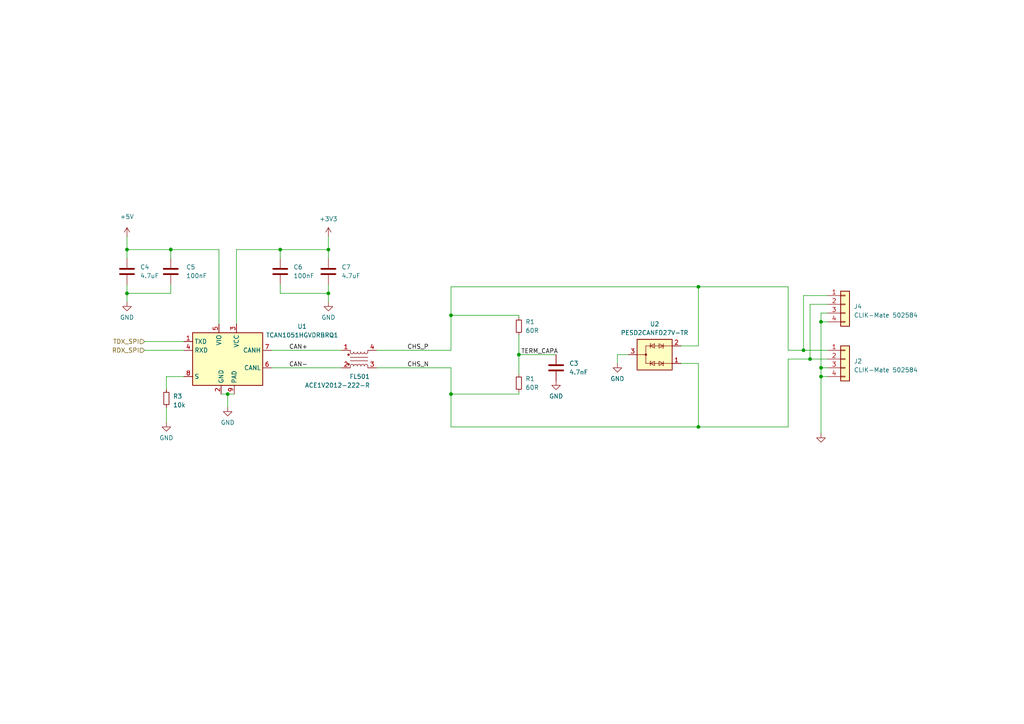
<source format=kicad_sch>
(kicad_sch (version 20230121) (generator eeschema)
  (paper "A4")
  (title_block (title "CAN Bus SPI Extension Interface ") (comment 1 "Author Originel: Yassine Bakkali") (comment 2 "Revision faite par Pedro Conde"))
  (lib_symbols
    (symbol "0_power_protection:PESD2CANFD27V-TR" (pin_names hide)
      (property "Reference" "U" (at -3.81 -6.985 0))
      (property "Value" "PESD2CANFD27V-TR" (at 14.605 -7.62 0))
      (symbol "PESD2CANFD27V-TR_0_0"
        (pin passive line (at 0 -8.255 90) (length 2.54) (name "CC") (number "3"))
      )
      (symbol "PESD2CANFD27V-TR_0_1"
        (rectangle (start -4.445 4.445) (end 4.445 -5.715) (stroke (width 0.254)) (fill (type background)))
        (circle (center 0 -3.175) (radius 0.254) (fill (type outline)))
        (polyline (pts (xy -2.54 -3.175) (xy -2.54 -1.905)))
        (polyline (pts (xy -2.54 -3.175) (xy 2.54 -3.175)))
        (polyline (pts (xy -2.54 1.905) (xy -2.54 -1.905)))
        (polyline (pts (xy -2.54 4.445) (xy -2.54 1.905)))
        (polyline (pts (xy 0 -3.175) (xy 0 -5.715)))
        (polyline (pts (xy 2.54 -3.175) (xy 2.54 -1.905)))
        (polyline (pts (xy 2.54 1.905) (xy 2.54 -1.905)))
        (polyline (pts (xy 2.54 4.445) (xy 2.54 1.905)))
        (polyline (pts (xy -3.175 -1.651) (xy -3.175 -1.905) (xy -1.905 -1.905)))
        (polyline (pts (xy -3.175 1.905) (xy -1.905 1.905) (xy -1.905 1.651)))
        (polyline (pts (xy 1.905 -1.651) (xy 1.905 -1.905) (xy 3.175 -1.905)))
        (polyline (pts (xy 1.905 1.905) (xy 3.175 1.905) (xy 3.175 1.651)))
        (polyline (pts (xy -2.54 -1.905) (xy -3.175 -0.635) (xy -1.905 -0.635) (xy -2.54 -1.905)))
        (polyline (pts (xy -2.54 1.905) (xy -1.905 0.635) (xy -3.175 0.635) (xy -2.54 1.905)))
        (polyline (pts (xy 2.54 -1.905) (xy 1.905 -0.635) (xy 3.175 -0.635) (xy 2.54 -1.905)))
        (polyline (pts (xy 2.54 1.905) (xy 3.175 0.635) (xy 1.905 0.635) (xy 2.54 1.905)))
      )
      (symbol "PESD2CANFD27V-TR_1_1"
        (pin passive line (at 2.54 6.985 270) (length 2.54) (name "K1") (number "1"))
        (pin passive line (at -2.54 6.985 270) (length 2.54) (name "K2") (number "2"))
      )
    )
    (symbol "Connector_Generic:Conn_01x04" (pin_names (offset 1.016) hide)
      (property "Reference" "J" (at 0 5.08 0))
      (property "Value" "Conn_01x04" (at 0 -7.62 0))
      (symbol "Conn_01x04_1_1"
        (rectangle (start -1.27 -4.953) (end 0 -5.207) (stroke (width 0.1524)))
        (rectangle (start -1.27 -2.413) (end 0 -2.667) (stroke (width 0.1524)))
        (rectangle (start -1.27 0.127) (end 0 -0.127) (stroke (width 0.1524)))
        (rectangle (start -1.27 2.667) (end 0 2.413) (stroke (width 0.1524)))
        (rectangle (start -1.27 3.81) (end 1.27 -6.35) (stroke (width 0.254)) (fill (type background)))
        (pin passive line (at -5.08 2.54 0) (length 3.81) (name "Pin_1") (number "1"))
        (pin passive line (at -5.08 0 0) (length 3.81) (name "Pin_2") (number "2"))
        (pin passive line (at -5.08 -2.54 0) (length 3.81) (name "Pin_3") (number "3"))
        (pin passive line (at -5.08 -5.08 0) (length 3.81) (name "Pin_4") (number "4"))
      )
    )
    (symbol "Device:C" (pin_numbers hide) (pin_names (offset 0.254))
      (property "Reference" "C" (at 0.635 2.54 0))
      (property "Value" "C" (at 0.635 -2.54 0))
      (symbol "C_0_1"
        (polyline (pts (xy -2.032 -0.762) (xy 2.032 -0.762)) (stroke (width 0.508)))
        (polyline (pts (xy -2.032 0.762) (xy 2.032 0.762)) (stroke (width 0.508)))
      )
      (symbol "C_1_1"
        (pin passive line (at 0 3.81 270) (length 2.794) (name "~") (number "1"))
        (pin passive line (at 0 -3.81 90) (length 2.794) (name "~") (number "2"))
      )
    )
    (symbol "Device:Filter_EMI_LL_1423" (pin_names hide)
      (property "Reference" "FL" (at 0 4.445 0))
      (property "Value" "Filter_EMI_LL_1423" (at 0 -4.445 0))
      (symbol "Filter_EMI_LL_1423_0_1"
        (circle (center -3.048 -1.27) (radius 0.254) (fill (type outline)))
        (circle (center -3.048 1.524) (radius 0.254) (fill (type outline)))
        (arc (start -2.54 2.032) (mid -2.032 1.5262) (end -1.524 2.032))
        (arc (start -1.524 -2.032) (mid -2.032 -1.5262) (end -2.54 -2.032))
        (arc (start -1.524 2.032) (mid -1.016 1.5262) (end -0.508 2.032))
        (arc (start -0.508 -2.032) (mid -1.016 -1.5262) (end -1.524 -2.032))
        (arc (start -0.508 2.032) (mid 0 1.5262) (end 0.508 2.032))
        (polyline (pts (xy -2.54 -2.032) (xy -2.54 -2.54)))
        (polyline (pts (xy -2.54 0.508) (xy 2.54 0.508)))
        (polyline (pts (xy -2.54 2.032) (xy -2.54 2.54)))
        (polyline (pts (xy 2.54 -2.032) (xy 2.54 -2.54)))
        (polyline (pts (xy 2.54 -0.508) (xy -2.54 -0.508)))
        (polyline (pts (xy 2.54 2.54) (xy 2.54 2.032)))
        (arc (start 0.508 -2.032) (mid 0 -1.5262) (end -0.508 -2.032))
        (arc (start 0.508 2.032) (mid 1.016 1.5262) (end 1.524 2.032))
        (arc (start 1.524 -2.032) (mid 1.016 -1.5262) (end 0.508 -2.032))
        (arc (start 1.524 2.032) (mid 2.032 1.5262) (end 2.54 2.032))
        (arc (start 2.54 -2.032) (mid 2.032 -1.5262) (end 1.524 -2.032))
      )
      (symbol "Filter_EMI_LL_1423_1_1"
        (pin passive line (at -5.08 -2.54 0) (length 2.54) (name "1") (number "1"))
        (pin passive line (at -5.08 2.54 0) (length 2.54) (name "2") (number "2"))
        (pin passive line (at 5.08 2.54 180) (length 2.54) (name "3") (number "3"))
        (pin passive line (at 5.08 -2.54 180) (length 2.54) (name "4") (number "4"))
      )
    )
    (symbol "Device:R_Small" (pin_numbers hide) (pin_names (offset 0.254) hide)
      (property "Reference" "R" (at 0.762 0.508 0))
      (property "Value" "R_Small" (at 0.762 -1.016 0))
      (symbol "R_Small_0_1"
        (rectangle (start -0.762 1.778) (end 0.762 -1.778) (stroke (width 0.2032)))
      )
      (symbol "R_Small_1_1"
        (pin passive line (at 0 2.54 270) (length 0.762) (name "~") (number "1"))
        (pin passive line (at 0 -2.54 90) (length 0.762) (name "~") (number "2"))
      )
    )
    (symbol "Jetson Hat:TCAN1051HGDQ1"
      (property "Reference" "U2" (at 10.16 8.89 0))
      (property "Value" "TCAN1051HGVDRBRQ1" (at -3.175 -9.525 0))
      (symbol "TCAN1051HGDQ1_0_1"
        (rectangle (start -10.16 7.62) (end 10.16 -7.62) (stroke (width 0.254)) (fill (type background)))
      )
      (symbol "TCAN1051HGDQ1_1_1"
        (pin input line (at -12.7 5.08 0) (length 2.54) (name "TXD") (number "1"))
        (pin power_in line (at -1.905 -10.16 90) (length 2.54) (name "GND") (number "2"))
        (pin power_in line (at 2.54 10.16 270) (length 2.54) (name "VCC") (number "3"))
        (pin output line (at -12.7 2.54 0) (length 2.54) (name "RXD") (number "4"))
        (pin power_in line (at -2.54 10.16 270) (length 2.54) (name "VIO") (number "5"))
        (pin bidirectional line (at 12.7 -2.54 180) (length 2.54) (name "CANL") (number "6"))
        (pin bidirectional line (at 12.7 2.54 180) (length 2.54) (name "CANH") (number "7"))
        (pin input line (at -12.7 -5.08 0) (length 2.54) (name "S") (number "8"))
        (pin passive line (at 1.905 -10.16 90) (length 2.54) (name "PAD") (number "9"))
      )
    )
    (symbol "PCM_4ms_Power-symbol:GND" (power) (pin_names (offset 0))
      (property "Value" "GND" (at 0 -3.81 0))
      (symbol "GND_0_1"
        (polyline (pts (xy 0 0) (xy 0 -1.27) (xy 1.27 -1.27) (xy 0 -2.54) (xy -1.27 -1.27) (xy 0 -1.27)))
      )
      (symbol "GND_1_1"
        (pin power_in line (at 0 0 270) (length 0) hide (name "GND") (number "1"))
      )
    )
    (symbol "power:+3V3" (power) (pin_names (offset 0))
      (property "Value" "+3V3" (at 0 3.556 0))
      (symbol "+3V3_0_1"
        (polyline (pts (xy -0.762 1.27) (xy 0 2.54)))
        (polyline (pts (xy 0 0) (xy 0 2.54)))
        (polyline (pts (xy 0 2.54) (xy 0.762 1.27)))
      )
      (symbol "+3V3_1_1"
        (pin power_in line (at 0 0 90) (length 0) hide (name "+3V3") (number "1"))
      )
    )
    (symbol "power:+5V" (power) (pin_names (offset 0))
      (property "Value" "+5V" (at 0 3.556 0))
      (symbol "+5V_0_1"
        (polyline (pts (xy -0.762 1.27) (xy 0 2.54)))
        (polyline (pts (xy 0 0) (xy 0 2.54)))
        (polyline (pts (xy 0 2.54) (xy 0.762 1.27)))
      )
      (symbol "+5V_1_1"
        (pin power_in line (at 0 0 90) (length 0) hide (name "+5V") (number "1"))
      )
    )
    (symbol "power:GND" (power) (pin_names (offset 0))
      (property "Value" "GND" (at 0 -3.81 0))
      (symbol "GND_0_1"
        (polyline (pts (xy 0 0) (xy 0 -1.27) (xy 1.27 -1.27) (xy 0 -2.54) (xy -1.27 -1.27) (xy 0 -1.27)))
      )
      (symbol "GND_1_1"
        (pin power_in line (at 0 0 270) (length 0) hide (name "GND") (number "1"))
      )
    )
  )
  (junction (at 233.045 101.6))
  (junction (at 36.83 85.09))
  (junction (at 36.83 72.39))
  (junction (at 202.565 123.825))
  (junction (at 202.565 83.185))
  (junction (at 238.125 93.345))
  (junction (at 150.495 102.87))
  (junction (at 238.125 106.68))
  (junction (at 95.25 85.09))
  (junction (at 81.28 72.39))
  (junction (at 130.81 114.3))
  (junction (at 130.81 91.44))
  (junction (at 49.53 72.39))
  (junction (at 238.125 109.22))
  (junction (at 95.25 72.39))
  (junction (at 234.95 104.14))
  (junction (at 66.04 114.3))
  (wire (pts (xy 78.74 106.68) (xy 99.06 106.68)))
  (wire (pts (xy 233.045 85.725) (xy 240.03 85.725)))
  (wire (pts (xy 130.81 123.825) (xy 202.565 123.825)))
  (wire (pts (xy 234.95 88.265) (xy 234.95 104.14)))
  (wire (pts (xy 109.22 106.68) (xy 130.81 106.68)))
  (wire (pts (xy 81.28 72.39) (xy 68.58 72.39)))
  (wire (pts (xy 234.95 88.265) (xy 240.03 88.265)))
  (wire (pts (xy 36.83 85.09) (xy 36.83 87.63)))
  (wire (pts (xy 202.565 123.825) (xy 228.6 123.825)))
  (wire (pts (xy 202.565 123.825) (xy 202.565 105.41)))
  (wire (pts (xy 41.91 101.6) (xy 53.34 101.6)))
  (wire (pts (xy 130.81 114.3) (xy 130.81 123.825)))
  (wire (pts (xy 130.81 83.185) (xy 202.565 83.185)))
  (wire (pts (xy 95.25 68.58) (xy 95.25 72.39)))
  (wire (pts (xy 63.5 72.39) (xy 63.5 93.98)))
  (wire (pts (xy 36.83 72.39) (xy 36.83 74.93)))
  (wire (pts (xy 233.045 85.725) (xy 233.045 101.6)))
  (wire (pts (xy 67.945 114.3) (xy 66.04 114.3)))
  (wire (pts (xy 202.565 83.185) (xy 202.565 100.33)))
  (wire (pts (xy 202.565 100.33) (xy 197.485 100.33)))
  (wire (pts (xy 41.91 99.06) (xy 53.34 99.06)))
  (wire (pts (xy 48.26 122.555) (xy 48.26 118.11)))
  (wire (pts (xy 109.22 101.6) (xy 130.81 101.6)))
  (wire (pts (xy 150.495 97.155) (xy 150.495 102.87)))
  (wire (pts (xy 228.6 104.14) (xy 234.95 104.14)))
  (wire (pts (xy 66.04 114.3) (xy 66.04 118.11)))
  (wire (pts (xy 238.125 125.73) (xy 238.125 109.22)))
  (wire (pts (xy 238.125 106.68) (xy 238.125 109.22)))
  (wire (pts (xy 64.135 114.3) (xy 66.04 114.3)))
  (wire (pts (xy 238.125 93.345) (xy 238.125 106.68)))
  (wire (pts (xy 81.28 85.09) (xy 95.25 85.09)))
  (wire (pts (xy 228.6 104.14) (xy 228.6 123.825)))
  (wire (pts (xy 49.53 82.55) (xy 49.53 85.09)))
  (wire (pts (xy 228.6 83.185) (xy 228.6 101.6)))
  (wire (pts (xy 238.125 106.68) (xy 240.03 106.68)))
  (wire (pts (xy 48.26 109.22) (xy 53.34 109.22)))
  (wire (pts (xy 95.25 82.55) (xy 95.25 85.09)))
  (wire (pts (xy 81.28 72.39) (xy 95.25 72.39)))
  (wire (pts (xy 150.495 102.87) (xy 150.495 108.585)))
  (wire (pts (xy 130.81 91.44) (xy 130.81 101.6)))
  (wire (pts (xy 49.53 85.09) (xy 36.83 85.09)))
  (wire (pts (xy 36.83 68.58) (xy 36.83 72.39)))
  (wire (pts (xy 202.565 105.41) (xy 197.485 105.41)))
  (wire (pts (xy 81.28 85.09) (xy 81.28 82.55)))
  (wire (pts (xy 130.81 114.3) (xy 150.495 114.3)))
  (wire (pts (xy 68.58 72.39) (xy 68.58 93.98)))
  (wire (pts (xy 238.125 93.345) (xy 240.03 93.345)))
  (wire (pts (xy 36.83 72.39) (xy 49.53 72.39)))
  (wire (pts (xy 233.045 101.6) (xy 240.03 101.6)))
  (wire (pts (xy 179.07 105.41) (xy 179.07 102.87)))
  (wire (pts (xy 49.53 72.39) (xy 49.53 74.93)))
  (wire (pts (xy 238.125 90.805) (xy 240.03 90.805)))
  (wire (pts (xy 36.83 85.09) (xy 36.83 82.55)))
  (wire (pts (xy 81.28 74.93) (xy 81.28 72.39)))
  (wire (pts (xy 238.125 109.22) (xy 240.03 109.22)))
  (wire (pts (xy 78.74 101.6) (xy 99.06 101.6)))
  (wire (pts (xy 202.565 83.185) (xy 228.6 83.185)))
  (wire (pts (xy 130.81 106.68) (xy 130.81 114.3)))
  (wire (pts (xy 238.125 93.345) (xy 238.125 90.805)))
  (wire (pts (xy 150.495 113.665) (xy 150.495 114.3)))
  (wire (pts (xy 150.495 92.075) (xy 150.495 91.44)))
  (wire (pts (xy 95.25 85.09) (xy 95.25 87.63)))
  (wire (pts (xy 49.53 72.39) (xy 63.5 72.39)))
  (wire (pts (xy 48.26 109.22) (xy 48.26 113.03)))
  (wire (pts (xy 49.53 71.755) (xy 49.53 72.39)))
  (wire (pts (xy 233.045 101.6) (xy 228.6 101.6)))
  (wire (pts (xy 150.495 102.87) (xy 161.29 102.87)))
  (wire (pts (xy 179.07 102.87) (xy 182.245 102.87)))
  (wire (pts (xy 130.81 83.185) (xy 130.81 91.44)))
  (wire (pts (xy 130.81 91.44) (xy 150.495 91.44)))
  (wire (pts (xy 234.95 104.14) (xy 240.03 104.14)))
  (wire (pts (xy 95.25 72.39) (xy 95.25 74.93)))
  (label "CHS_P" (at 118.11 101.6 0))
  (label "TERM_CAPA" (at 151.13 102.87 0))
  (label "CHS_N" (at 118.11 106.68 0))
  (label "CAN+" (at 83.82 101.6 0))
  (label "CAN-" (at 83.82 106.68 0))
  (hierarchical_label "RDX_SPI" (shape input) (at 41.91 101.6 180))
  (hierarchical_label "TDX_SPI" (shape input) (at 41.91 99.06 180))
  (symbol (lib_id "power:+3V3") (at 95.25 68.58 0) (unit 1)
    (property "Reference" "#PWR039" (effects hide))
    (property "Value" "+3V3" (at 95.25 63.5 0))
  )
  (symbol (lib_id "Device:C") (at 95.25 78.74 0) (unit 1)
    (property "Reference" "C7" (at 99.06 77.4699 0) (effects (justify left)))
    (property "Value" "4.7uF" (at 99.06 80.0099 0) (effects (justify left)))
    (property "Footprint" "Capacitor_SMD:C_0402_1005Metric" (effects hide))
    (property "Datasheet" "https://media.digikey.com/pdf/Data%20Sheets/Samsung%20PDFs/CL05A475MP5NRNC_Spec.pdf" (effects hide))
    (property "Digikey ref" "1276-1482-1-ND" (effects hide))
    (property "Manufacturer ref" "CL05A475MP5NRNC" (effects hide))
    (instances (project "can_transceiver" (path "" (reference "C7") (unit 1))) (project "NODE_CONNECTORS" (path "" (reference "C7") (unit 1))) (project "orion_pcb" (path "" (reference "C513") (unit 1))) (project "HatV2" (path "" (reference "C4") (unit 1)) (path "" (reference "C22") (unit 1))))
  )
  (symbol (lib_id "Jetson Hat:TCAN1051HGDQ1") (at 66.04 104.14 0) (unit 1)
    (property "Reference" "U1" (at 87.63 94.6719 0))
    (property "Value" "TCAN1051HGVDRBRQ1" (at 87.63 97.2119 0))
    (property "Footprint" "0_various:HVSON-8-1EP_3x3mm_P0.65mm_EP1.6x2.4mm_ThermalVias" (effects hide))
    (property "Datasheet" "https://www.ti.com/general/docs/suppproductinfo.tsp?distId=10&gotoUrl=https%3A%2F%2Fwww.ti.com%2Flit%2Fgpn%2Ftcan1051-q1" (effects hide))
    (property "Manufacturer ref" "TCAN1051HGVDRBRQ1" (effects hide))
    (property "Digikey ref" "296-TCAN1051HGVDRBRQ1CT-ND" (effects hide))
    (instances (project "HatV2" (path "" (reference "U1") (unit 1)) (path "" (reference "U7") (unit 1))))
  )
  (symbol (lib_id "power:GND") (at 95.25 87.63 0) (unit 1)
    (property "Reference" "#PWR09" (effects hide))
    (property "Value" "GND" (at 95.25 92.075 0))
    (instances (project "can_transceiver" (path "" (reference "#PWR09") (unit 1))) (project "NODE_CONNECTORS" (path "" (reference "#PWR09") (unit 1))) (project "orion_pcb" (path "" (reference "#PWR0522") (unit 1))) (project "HatV2" (path "" (reference "#PWR06") (unit 1)) (path "" (reference "#PWR040") (unit 1))))
  )
  (symbol (lib_id "Device:R_Small") (at 150.495 111.125 0) (unit 1)
    (property "Reference" "R1" (at 152.4 109.8549 0) (effects (justify left)))
    (property "Value" "60R" (at 152.4 112.3949 0) (effects (justify left)))
    (property "Footprint" "Resistor_SMD:R_0603_1608Metric" (effects hide))
    (property "Datasheet" "https://www.vishay.com/docs/20043/crcwhpe3.pdf" (effects hide))
    (property "Digikey ref" "541-60.4SCT-ND" (effects hide))
    (property "Manufacturer ref" "CRCW060360R4FKEAHP" (effects hide))
    (instances (project "can_transceiver" (path "" (reference "R1") (unit 1))) (project "orion_pcb" (path "" (reference "R502") (unit 1))) (project "HatV2" (path "" (reference "R3") (unit 1)) (path "" (reference "R9") (unit 1))))
  )
  (symbol (lib_id "Device:C") (at 36.83 78.74 0) (unit 1)
    (property "Reference" "C4" (at 40.64 77.4699 0) (effects (justify left)))
    (property "Value" "4.7uF" (at 40.64 80.0099 0) (effects (justify left)))
    (property "Footprint" "Capacitor_SMD:C_0402_1005Metric" (effects hide))
    (property "Datasheet" "https://media.digikey.com/pdf/Data%20Sheets/Samsung%20PDFs/CL05A475MP5NRNC_Spec.pdf" (effects hide))
    (property "Digikey ref" "1276-1482-1-ND" (effects hide))
    (property "Manufacturer ref" "CL05A475MP5NRNC" (effects hide))
    (instances (project "can_transceiver" (path "" (reference "C4") (unit 1))) (project "NODE_CONNECTORS" (path "" (reference "C4") (unit 1))) (project "orion_pcb" (path "" (reference "C508") (unit 1))) (project "HatV2" (path "" (reference "C1") (unit 1)) (path "" (reference "C19") (unit 1))))
  )
  (symbol (lib_id "Device:C") (at 81.28 78.74 0) (unit 1)
    (property "Reference" "C6" (at 85.09 77.4699 0) (effects (justify left)))
    (property "Value" "100nF" (at 85.09 80.0099 0) (effects (justify left)))
    (property "Footprint" "Capacitor_SMD:C_0402_1005Metric" (effects hide))
    (property "Datasheet" "https://www.yuden.co.jp/productdata/catalog/mlcc06_e.pdf" (effects hide))
    (property "Digikey ref" "587-3498-1-ND" (effects hide))
    (property "Manufacturer ref" "UMK105B7104KV-FR" (effects hide))
    (instances (project "can_transceiver" (path "" (reference "C6") (unit 1))) (project "NODE_CONNECTORS" (path "" (reference "C6") (unit 1))) (project "orion_pcb" (path "" (reference "C511") (unit 1))) (project "HatV2" (path "" (reference "C3") (unit 1)) (path "" (reference "C21") (unit 1))))
  )
  (symbol (lib_id "power:+5V") (at 36.83 68.58 0) (unit 1)
    (property "Reference" "#PWR05" (effects hide))
    (property "Value" "+5V" (at 36.83 62.865 0))
    (instances (project "can_transceiver" (path "" (reference "#PWR05") (unit 1))) (project "NODE_CONNECTORS" (path "" (reference "#PWR05") (unit 1))) (project "orion_pcb" (path "" (reference "#PWR0515") (unit 1))) (project "HatV2" (path "" (reference "#PWR01") (unit 1)) (path "" (reference "#PWR035") (unit 1))))
  )
  (symbol (lib_id "0_power_protection:PESD2CANFD27V-TR") (at 190.5 102.87 270) (unit 1)
    (property "Reference" "U2" (at 189.865 93.98 90))
    (property "Value" "PESD2CANFD27V-TR" (at 189.865 96.52 90))
    (property "Footprint" "Package_TO_SOT_SMD:SOT-23" (effects hide))
    (property "Datasheet" "https://assets.nexperia.com/documents/data-sheet/PESD2CANFD27V-T.pdf" (effects hide))
    (instances (project "jetson_hat" (path "" (reference "U2") (unit 1)) (path "" (reference "U4") (unit 1)) (path "" (reference "U8") (unit 1))) (project "HatV2" (path "" (reference "U2") (unit 1)) (path "" (reference "U8") (unit 1))))
  )
  (symbol (lib_id "PCM_4ms_Power-symbol:GND") (at 179.07 105.41 0) (unit 1)
    (property "Reference" "#PWR02" (effects hide))
    (property "Value" "GND" (at 179.07 109.855 0))
    (instances (project "jetson_hat" (path "" (reference "#PWR02") (unit 1)) (path "" (reference "#PWR011") (unit 1)) (path "" (reference "#PWR021") (unit 1)) (path "" (reference "#PWR044") (unit 1))) (project "HatV2" (path "" (reference "#PWR08") (unit 1)) (path "" (reference "#PWR042") (unit 1))))
  )
  (symbol (lib_id "Device:C") (at 161.29 106.68 0) (unit 1)
    (property "Reference" "C3" (at 165.1 105.41 0) (effects (justify left)))
    (property "Value" "4.7nF" (at 165.1 107.95 0) (effects (justify left)))
    (property "Footprint" "Capacitor_SMD:C_0402_1005Metric" (effects hide))
    (property "Datasheet" "https://mm.digikey.com/Volume0/opasdata/d220001/medias/docus/609/CL05B472KB5NNNC_Spec.pdf" (effects hide))
    (property "Digikey ref" "1276-1125-1-ND" (effects hide))
    (property "Manufacturer ref" "CL05B472KB5NNNC" (effects hide))
    (instances (project "can_transceiver" (path "" (reference "C3") (unit 1))) (project "orion_pcb" (path "" (reference "C505") (unit 1))) (project "HatV2" (path "" (reference "C5") (unit 1)) (path "" (reference "C23") (unit 1))))
  )
  (symbol (lib_id "Connector_Generic:Conn_01x04") (at 245.11 88.265 0) (unit 1)
    (property "Reference" "J4" (at 247.65 88.9 0) (effects (justify left)))
    (property "Value" "CLIK-Mate 502584" (at 247.65 91.44 0) (effects (justify left)))
    (property "Footprint" "Connector_Molex:Molex_CLIK-Mate_505405-0470_1x04-1MP_P1.50mm_Vertical" (effects hide))
    (instances (project "jetson_hat" (path "" (reference "J4") (unit 1)) (path "" (reference "J5") (unit 1)) (path "" (reference "J7") (unit 1))) (project "HatV2" (path "" (reference "J1") (unit 1)) (path "" (reference "J8") (unit 1))))
  )
  (symbol (lib_id "power:GND") (at 36.83 87.63 0) (unit 1)
    (property "Reference" "#PWR06" (effects hide))
    (property "Value" "GND" (at 36.83 92.075 0))
    (instances (project "can_transceiver" (path "" (reference "#PWR06") (unit 1))) (project "NODE_CONNECTORS" (path "" (reference "#PWR06") (unit 1))) (project "orion_pcb" (path "" (reference "#PWR0516") (unit 1))) (project "HatV2" (path "" (reference "#PWR02") (unit 1)) (path "" (reference "#PWR036") (unit 1))))
  )
  (symbol (lib_id "PCM_4ms_Power-symbol:GND") (at 238.125 125.73 0) (unit 1)
    (property "Reference" "#PWR02" (effects hide))
    (property "Value" "GND" (effects hide))
    (instances (project "jetson_hat" (path "" (reference "#PWR02") (unit 1)) (path "" (reference "#PWR013") (unit 1)) (path "" (reference "#PWR023") (unit 1)) (path "" (reference "#PWR046") (unit 1))) (project "HatV2" (path "" (reference "#PWR09") (unit 1)) (path "" (reference "#PWR043") (unit 1))))
  )
  (symbol (lib_id "PCM_4ms_Power-symbol:GND") (at 48.26 122.555 0) (unit 1)
    (property "Reference" "#PWR02" (effects hide))
    (property "Value" "GND" (at 48.26 127 0))
    (instances (project "jetson_hat" (path "" (reference "#PWR02") (unit 1)) (path "" (reference "#PWR014") (unit 1)) (path "" (reference "#PWR015") (unit 1)) (path "" (reference "#PWR038") (unit 1))) (project "HatV2" (path "" (reference "#PWR037") (unit 1))))
  )
  (symbol (lib_id "Device:Filter_EMI_LL_1423") (at 104.14 104.14 0) (mirror x) (unit 1)
    (property "Reference" "FL501" (at 107.315 109.22 0) (effects (justify right)))
    (property "Value" "ACE1V2012-222-R" (at 107.315 111.76 0) (effects (justify right)))
    (property "Footprint" "0_inductor:ACE1V2012-222-R" (effects hide))
    (property "Datasheet" "https://www.eaton.com/content/dam/eaton/products/electronic-components/resources/data-sheet/eaton-ace1v2012-automotive-common-mode-chip-inductor-data-sheet.pdf" (effects hide))
    (property "Digikey ref" "283-ACE1V2012-222-RCT-ND" (effects hide))
    (property "Manufacturer ref" "ACE1V2012-222-R" (effects hide))
    (instances (project "NODE_CONNECTORS" (path "" (reference "FL501") (unit 1))) (project "orion_pcb" (path "" (reference "FL501") (unit 1))) (project "HatV2" (path "" (reference "FL1") (unit 1)) (path "" (reference "FL3") (unit 1))))
  )
  (symbol (lib_id "Device:R_Small") (at 150.495 94.615 0) (unit 1)
    (property "Reference" "R1" (at 152.4 93.345 0) (effects (justify left)))
    (property "Value" "60R" (at 152.4 95.885 0) (effects (justify left)))
    (property "Footprint" "Resistor_SMD:R_0603_1608Metric" (effects hide))
    (property "Datasheet" "https://www.vishay.com/docs/20043/crcwhpe3.pdf" (effects hide))
    (property "Digikey ref" "541-60.4SCT-ND" (effects hide))
    (property "Manufacturer ref" "CRCW060360R4FKEAHP" (effects hide))
    (instances (project "can_transceiver" (path "" (reference "R1") (unit 1))) (project "orion_pcb" (path "" (reference "R501") (unit 1))) (project "HatV2" (path "" (reference "R2") (unit 1)) (path "" (reference "R8") (unit 1))))
  )
  (symbol (lib_id "Device:R_Small") (at 48.26 115.57 0) (unit 1)
    (property "Reference" "R3" (at 50.165 114.935 0) (effects (justify left)))
    (property "Value" "10k" (at 50.165 117.475 0) (effects (justify left)))
    (property "Footprint" "Resistor_SMD:R_0603_1608Metric_Pad0.98x0.95mm_HandSolder" (effects hide))
    (instances (project "jetson_hat" (path "" (reference "R3") (unit 1)) (path "" (reference "R4") (unit 1)) (path "" (reference "R7") (unit 1))) (project "HatV2" (path "" (reference "R7") (unit 1))))
  )
  (symbol (lib_id "Device:C") (at 49.53 78.74 0) (unit 1)
    (property "Reference" "C5" (at 53.975 77.47 0) (effects (justify left)))
    (property "Value" "100nF" (at 53.975 80.01 0) (effects (justify left)))
    (property "Footprint" "Capacitor_SMD:C_0402_1005Metric" (effects hide))
    (property "Datasheet" "https://www.yuden.co.jp/productdata/catalog/mlcc06_e.pdf" (effects hide))
    (property "Digikey ref" "587-3498-1-ND" (effects hide))
    (property "Manufacturer ref" "UMK105B7104KV-FR" (effects hide))
    (instances (project "can_transceiver" (path "" (reference "C5") (unit 1))) (project "NODE_CONNECTORS" (path "" (reference "C5") (unit 1))) (project "orion_pcb" (path "" (reference "C510") (unit 1))) (project "HatV2" (path "" (reference "C2") (unit 1)) (path "" (reference "C20") (unit 1))))
  )
  (symbol (lib_id "power:GND") (at 161.29 110.49 0) (unit 1)
    (property "Reference" "#PWR04" (effects hide))
    (property "Value" "GND" (at 161.29 114.935 0))
    (instances (project "can_transceiver" (path "" (reference "#PWR04") (unit 1))) (project "orion_pcb" (path "" (reference "#PWR0511") (unit 1))) (project "HatV2" (path "" (reference "#PWR07") (unit 1)) (path "" (reference "#PWR041") (unit 1))))
  )
  (symbol (lib_id "power:GND") (at 66.04 118.11 0) (unit 1)
    (property "Reference" "#PWR010" (effects hide))
    (property "Value" "GND" (at 66.04 122.555 0))
    (instances (project "can_transceiver" (path "" (reference "#PWR010") (unit 1))) (project "orion_pcb" (path "" (reference "#PWR0519") (unit 1))) (project "HatV2" (path "" (reference "#PWR04") (unit 1)) (path "" (reference "#PWR038") (unit 1))))
  )
  (symbol (lib_id "Connector_Generic:Conn_01x04") (at 245.11 104.14 0) (unit 1)
    (property "Reference" "J2" (at 247.65 104.775 0) (effects (justify left)))
    (property "Value" "CLIK-Mate 502584" (at 247.65 107.315 0) (effects (justify left)))
    (property "Footprint" "Connector_Molex:Molex_CLIK-Mate_505405-0470_1x04-1MP_P1.50mm_Vertical" (effects hide))
    (instances (project "jetson_hat" (path "" (reference "J2") (unit 1)) (path "" (reference "J3") (unit 1)) (path "" (reference "J9") (unit 1))) (project "HatV2" (path "" (reference "J2") (unit 1)) (path "" (reference "J9") (unit 1))))
  )
)
</source>
